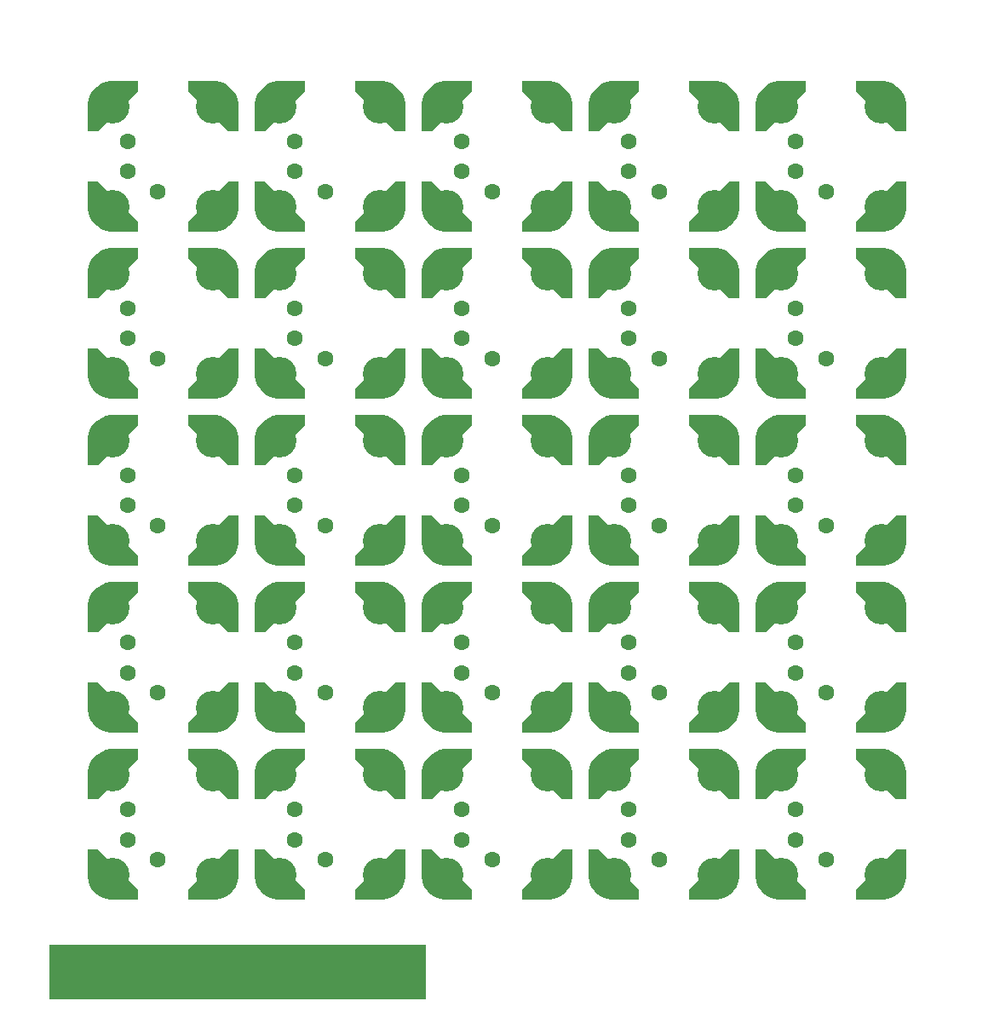
<source format=gbs>
G04*
G04 #@! TF.GenerationSoftware,Altium Limited,Altium Designer,23.11.1 (41)*
G04*
G04 Layer_Color=16711935*
%FSLAX44Y44*%
%MOMM*%
G71*
G04*
G04 #@! TF.SameCoordinates,3482151D-E3A4-470A-A98F-003E0BE399C6*
G04*
G04*
G04 #@! TF.FilePolarity,Negative*
G04*
G01*
G75*
%ADD29R,37.5000X5.4000*%
%ADD40C,0.1000*%
%ADD41C,3.4000*%
%ADD42C,1.6000*%
G36*
X889009Y913024D02*
X893631Y911109D01*
X897792Y908329D01*
X901329Y904791D01*
X904109Y900631D01*
X906024Y896009D01*
X907000Y891102D01*
Y888600D01*
Y864000D01*
X897000D01*
X857000Y904000D01*
Y914000D01*
X884102D01*
X889009Y913024D01*
D02*
G37*
G36*
X807000Y904000D02*
X767000Y864000D01*
X757000D01*
Y888600D01*
Y891102D01*
X757976Y896009D01*
X759891Y900631D01*
X762671Y904791D01*
X766208Y908329D01*
X770369Y911109D01*
X774991Y913024D01*
X779898Y914000D01*
X807000D01*
Y904000D01*
D02*
G37*
G36*
X723009Y913024D02*
X727631Y911109D01*
X731792Y908329D01*
X735329Y904791D01*
X738109Y900631D01*
X740024Y896009D01*
X741000Y891102D01*
Y888600D01*
Y864000D01*
X731000D01*
X691000Y904000D01*
Y914000D01*
X718102D01*
X723009Y913024D01*
D02*
G37*
G36*
X641000Y904000D02*
X601000Y864000D01*
X591000D01*
Y888600D01*
Y891102D01*
X591976Y896009D01*
X593891Y900631D01*
X596670Y904791D01*
X600208Y908329D01*
X604369Y911109D01*
X608991Y913024D01*
X613898Y914000D01*
X641000D01*
Y904000D01*
D02*
G37*
G36*
X557009Y913024D02*
X561631Y911109D01*
X565792Y908329D01*
X569329Y904791D01*
X572109Y900631D01*
X574024Y896009D01*
X575000Y891102D01*
Y888600D01*
Y864000D01*
X565000D01*
X525000Y904000D01*
Y914000D01*
X552102D01*
X557009Y913024D01*
D02*
G37*
G36*
X475000Y904000D02*
X435000Y864000D01*
X425000D01*
Y888600D01*
Y891102D01*
X425976Y896009D01*
X427891Y900631D01*
X430671Y904791D01*
X434208Y908329D01*
X438369Y911109D01*
X442991Y913024D01*
X447898Y914000D01*
X475000D01*
Y904000D01*
D02*
G37*
G36*
X391009Y913024D02*
X395631Y911109D01*
X399791Y908329D01*
X403329Y904791D01*
X406109Y900631D01*
X408024Y896009D01*
X409000Y891102D01*
Y888600D01*
Y864000D01*
X399000D01*
X359000Y904000D01*
Y914000D01*
X386102D01*
X391009Y913024D01*
D02*
G37*
G36*
X309000Y904000D02*
X269000Y864000D01*
X259000D01*
Y888600D01*
Y891102D01*
X259976Y896009D01*
X261891Y900631D01*
X264671Y904791D01*
X268208Y908329D01*
X272369Y911109D01*
X276991Y913024D01*
X281898Y914000D01*
X309000D01*
Y904000D01*
D02*
G37*
G36*
X225009Y913024D02*
X229631Y911109D01*
X233792Y908329D01*
X237329Y904791D01*
X240109Y900631D01*
X242024Y896009D01*
X243000Y891102D01*
Y888600D01*
Y864000D01*
X233000D01*
X193000Y904000D01*
Y914000D01*
X220102D01*
X225009Y913024D01*
D02*
G37*
G36*
X143000Y904000D02*
X103000Y864000D01*
X93000D01*
Y888600D01*
Y891102D01*
X93976Y896009D01*
X95891Y900631D01*
X98671Y904791D01*
X102208Y908329D01*
X106369Y911109D01*
X110991Y913024D01*
X115898Y914000D01*
X143000D01*
Y904000D01*
D02*
G37*
G36*
X907000Y789400D02*
Y786898D01*
X906024Y781991D01*
X904109Y777369D01*
X901329Y773208D01*
X897792Y769670D01*
X893631Y766891D01*
X889009Y764976D01*
X884102Y764000D01*
X857000D01*
Y774000D01*
X897000Y814000D01*
X907000D01*
Y789400D01*
D02*
G37*
G36*
X807000Y774000D02*
Y764000D01*
X779898D01*
X774991Y764976D01*
X770369Y766891D01*
X766208Y769670D01*
X762671Y773208D01*
X759891Y777369D01*
X757976Y781991D01*
X757000Y786898D01*
Y789400D01*
Y814000D01*
X767000D01*
X807000Y774000D01*
D02*
G37*
G36*
X741000Y789400D02*
Y786898D01*
X740024Y781991D01*
X738109Y777369D01*
X735329Y773208D01*
X731792Y769670D01*
X727631Y766891D01*
X723009Y764976D01*
X718102Y764000D01*
X691000D01*
Y774000D01*
X731000Y814000D01*
X741000D01*
Y789400D01*
D02*
G37*
G36*
X641000Y774000D02*
Y764000D01*
X613898D01*
X608991Y764976D01*
X604369Y766891D01*
X600208Y769670D01*
X596670Y773208D01*
X593891Y777369D01*
X591976Y781991D01*
X591000Y786898D01*
Y789400D01*
Y814000D01*
X601000D01*
X641000Y774000D01*
D02*
G37*
G36*
X575000Y789400D02*
Y786898D01*
X574024Y781991D01*
X572109Y777369D01*
X569329Y773208D01*
X565792Y769670D01*
X561631Y766891D01*
X557009Y764976D01*
X552102Y764000D01*
X525000D01*
Y774000D01*
X565000Y814000D01*
X575000D01*
Y789400D01*
D02*
G37*
G36*
X475000Y774000D02*
Y764000D01*
X447898D01*
X442991Y764976D01*
X438369Y766891D01*
X434208Y769670D01*
X430671Y773208D01*
X427891Y777369D01*
X425976Y781991D01*
X425000Y786898D01*
Y789400D01*
Y814000D01*
X435000D01*
X475000Y774000D01*
D02*
G37*
G36*
X409000Y789400D02*
Y786898D01*
X408024Y781991D01*
X406109Y777369D01*
X403329Y773208D01*
X399791Y769670D01*
X395631Y766891D01*
X391009Y764976D01*
X386102Y764000D01*
X359000D01*
Y774000D01*
X399000Y814000D01*
X409000D01*
Y789400D01*
D02*
G37*
G36*
X309000Y774000D02*
Y764000D01*
X281898D01*
X276991Y764976D01*
X272369Y766891D01*
X268208Y769670D01*
X264671Y773208D01*
X261891Y777369D01*
X259976Y781991D01*
X259000Y786898D01*
Y789400D01*
Y814000D01*
X269000D01*
X309000Y774000D01*
D02*
G37*
G36*
X243000Y789400D02*
Y786898D01*
X242024Y781991D01*
X240109Y777369D01*
X237329Y773208D01*
X233792Y769670D01*
X229631Y766891D01*
X225009Y764976D01*
X220102Y764000D01*
X193000D01*
Y774000D01*
X233000Y814000D01*
X243000D01*
Y789400D01*
D02*
G37*
G36*
X143000Y774000D02*
Y764000D01*
X115898D01*
X110991Y764976D01*
X106369Y766891D01*
X102208Y769670D01*
X98671Y773208D01*
X95891Y777369D01*
X93976Y781991D01*
X93000Y786898D01*
Y789400D01*
Y814000D01*
X103000D01*
X143000Y774000D01*
D02*
G37*
G36*
X889009Y747024D02*
X893631Y745109D01*
X897792Y742329D01*
X901329Y738792D01*
X904109Y734631D01*
X906024Y730009D01*
X907000Y725102D01*
Y722600D01*
Y698000D01*
X897000D01*
X857000Y738000D01*
Y748000D01*
X884102D01*
X889009Y747024D01*
D02*
G37*
G36*
X807000Y738000D02*
X767000Y698000D01*
X757000D01*
Y722600D01*
Y725102D01*
X757976Y730009D01*
X759891Y734631D01*
X762671Y738792D01*
X766208Y742329D01*
X770369Y745109D01*
X774991Y747024D01*
X779898Y748000D01*
X807000D01*
Y738000D01*
D02*
G37*
G36*
X723009Y747024D02*
X727631Y745109D01*
X731792Y742329D01*
X735329Y738792D01*
X738109Y734631D01*
X740024Y730009D01*
X741000Y725102D01*
Y722600D01*
Y698000D01*
X731000D01*
X691000Y738000D01*
Y748000D01*
X718102D01*
X723009Y747024D01*
D02*
G37*
G36*
X641000Y738000D02*
X601000Y698000D01*
X591000D01*
Y722600D01*
Y725102D01*
X591976Y730009D01*
X593891Y734631D01*
X596670Y738792D01*
X600208Y742329D01*
X604369Y745109D01*
X608991Y747024D01*
X613898Y748000D01*
X641000D01*
Y738000D01*
D02*
G37*
G36*
X557009Y747024D02*
X561631Y745109D01*
X565792Y742329D01*
X569329Y738792D01*
X572109Y734631D01*
X574024Y730009D01*
X575000Y725102D01*
Y722600D01*
Y698000D01*
X565000D01*
X525000Y738000D01*
Y748000D01*
X552102D01*
X557009Y747024D01*
D02*
G37*
G36*
X475000Y738000D02*
X435000Y698000D01*
X425000D01*
Y722600D01*
Y725102D01*
X425976Y730009D01*
X427891Y734631D01*
X430671Y738792D01*
X434208Y742329D01*
X438369Y745109D01*
X442991Y747024D01*
X447898Y748000D01*
X475000D01*
Y738000D01*
D02*
G37*
G36*
X391009Y747024D02*
X395631Y745109D01*
X399791Y742329D01*
X403329Y738792D01*
X406109Y734631D01*
X408024Y730009D01*
X409000Y725102D01*
Y722600D01*
Y698000D01*
X399000D01*
X359000Y738000D01*
Y748000D01*
X386102D01*
X391009Y747024D01*
D02*
G37*
G36*
X309000Y738000D02*
X269000Y698000D01*
X259000D01*
Y722600D01*
Y725102D01*
X259976Y730009D01*
X261891Y734631D01*
X264671Y738792D01*
X268208Y742329D01*
X272369Y745109D01*
X276991Y747024D01*
X281898Y748000D01*
X309000D01*
Y738000D01*
D02*
G37*
G36*
X225009Y747024D02*
X229631Y745109D01*
X233792Y742329D01*
X237329Y738792D01*
X240109Y734631D01*
X242024Y730009D01*
X243000Y725102D01*
Y722600D01*
Y698000D01*
X233000D01*
X193000Y738000D01*
Y748000D01*
X220102D01*
X225009Y747024D01*
D02*
G37*
G36*
X143000Y738000D02*
X103000Y698000D01*
X93000D01*
Y722600D01*
Y725102D01*
X93976Y730009D01*
X95891Y734631D01*
X98671Y738792D01*
X102208Y742329D01*
X106369Y745109D01*
X110991Y747024D01*
X115898Y748000D01*
X143000D01*
Y738000D01*
D02*
G37*
G36*
X907000Y623400D02*
Y620898D01*
X906024Y615991D01*
X904109Y611369D01*
X901329Y607208D01*
X897792Y603671D01*
X893631Y600891D01*
X889009Y598976D01*
X884102Y598000D01*
X857000D01*
Y608000D01*
X897000Y648000D01*
X907000D01*
Y623400D01*
D02*
G37*
G36*
X807000Y608000D02*
Y598000D01*
X779898D01*
X774991Y598976D01*
X770369Y600891D01*
X766208Y603671D01*
X762671Y607208D01*
X759891Y611369D01*
X757976Y615991D01*
X757000Y620898D01*
Y623400D01*
Y648000D01*
X767000D01*
X807000Y608000D01*
D02*
G37*
G36*
X741000Y623400D02*
Y620898D01*
X740024Y615991D01*
X738109Y611369D01*
X735329Y607208D01*
X731792Y603671D01*
X727631Y600891D01*
X723009Y598976D01*
X718102Y598000D01*
X691000D01*
Y608000D01*
X731000Y648000D01*
X741000D01*
Y623400D01*
D02*
G37*
G36*
X641000Y608000D02*
Y598000D01*
X613898D01*
X608991Y598976D01*
X604369Y600891D01*
X600208Y603671D01*
X596670Y607208D01*
X593891Y611369D01*
X591976Y615991D01*
X591000Y620898D01*
Y623400D01*
Y648000D01*
X601000D01*
X641000Y608000D01*
D02*
G37*
G36*
X575000Y623400D02*
Y620898D01*
X574024Y615991D01*
X572109Y611369D01*
X569329Y607208D01*
X565792Y603671D01*
X561631Y600891D01*
X557009Y598976D01*
X552102Y598000D01*
X525000D01*
Y608000D01*
X565000Y648000D01*
X575000D01*
Y623400D01*
D02*
G37*
G36*
X475000Y608000D02*
Y598000D01*
X447898D01*
X442991Y598976D01*
X438369Y600891D01*
X434208Y603671D01*
X430671Y607208D01*
X427891Y611369D01*
X425976Y615991D01*
X425000Y620898D01*
Y623400D01*
Y648000D01*
X435000D01*
X475000Y608000D01*
D02*
G37*
G36*
X409000Y623400D02*
Y620898D01*
X408024Y615991D01*
X406109Y611369D01*
X403329Y607208D01*
X399791Y603671D01*
X395631Y600891D01*
X391009Y598976D01*
X386102Y598000D01*
X359000D01*
Y608000D01*
X399000Y648000D01*
X409000D01*
Y623400D01*
D02*
G37*
G36*
X309000Y608000D02*
Y598000D01*
X281898D01*
X276991Y598976D01*
X272369Y600891D01*
X268208Y603671D01*
X264671Y607208D01*
X261891Y611369D01*
X259976Y615991D01*
X259000Y620898D01*
Y623400D01*
Y648000D01*
X269000D01*
X309000Y608000D01*
D02*
G37*
G36*
X243000Y623400D02*
Y620898D01*
X242024Y615991D01*
X240109Y611369D01*
X237329Y607208D01*
X233792Y603671D01*
X229631Y600891D01*
X225009Y598976D01*
X220102Y598000D01*
X193000D01*
Y608000D01*
X233000Y648000D01*
X243000D01*
Y623400D01*
D02*
G37*
G36*
X143000Y608000D02*
Y598000D01*
X115898D01*
X110991Y598976D01*
X106369Y600891D01*
X102208Y603671D01*
X98671Y607208D01*
X95891Y611369D01*
X93976Y615991D01*
X93000Y620898D01*
Y623400D01*
Y648000D01*
X103000D01*
X143000Y608000D01*
D02*
G37*
G36*
X889009Y581024D02*
X893631Y579109D01*
X897792Y576329D01*
X901329Y572791D01*
X904109Y568631D01*
X906024Y564009D01*
X907000Y559102D01*
Y556600D01*
Y532000D01*
X897000D01*
X857000Y572000D01*
Y582000D01*
X884102D01*
X889009Y581024D01*
D02*
G37*
G36*
X807000Y572000D02*
X767000Y532000D01*
X757000D01*
Y556600D01*
Y559102D01*
X757976Y564009D01*
X759891Y568631D01*
X762671Y572791D01*
X766208Y576329D01*
X770369Y579109D01*
X774991Y581024D01*
X779898Y582000D01*
X807000D01*
Y572000D01*
D02*
G37*
G36*
X723009Y581024D02*
X727631Y579109D01*
X731792Y576329D01*
X735329Y572791D01*
X738109Y568631D01*
X740024Y564009D01*
X741000Y559102D01*
Y556600D01*
Y532000D01*
X731000D01*
X691000Y572000D01*
Y582000D01*
X718102D01*
X723009Y581024D01*
D02*
G37*
G36*
X641000Y572000D02*
X601000Y532000D01*
X591000D01*
Y556600D01*
Y559102D01*
X591976Y564009D01*
X593891Y568631D01*
X596670Y572791D01*
X600208Y576329D01*
X604369Y579109D01*
X608991Y581024D01*
X613898Y582000D01*
X641000D01*
Y572000D01*
D02*
G37*
G36*
X557009Y581024D02*
X561631Y579109D01*
X565792Y576329D01*
X569329Y572791D01*
X572109Y568631D01*
X574024Y564009D01*
X575000Y559102D01*
Y556600D01*
Y532000D01*
X565000D01*
X525000Y572000D01*
Y582000D01*
X552102D01*
X557009Y581024D01*
D02*
G37*
G36*
X475000Y572000D02*
X435000Y532000D01*
X425000D01*
Y556600D01*
Y559102D01*
X425976Y564009D01*
X427891Y568631D01*
X430671Y572791D01*
X434208Y576329D01*
X438369Y579109D01*
X442991Y581024D01*
X447898Y582000D01*
X475000D01*
Y572000D01*
D02*
G37*
G36*
X391009Y581024D02*
X395631Y579109D01*
X399791Y576329D01*
X403329Y572791D01*
X406109Y568631D01*
X408024Y564009D01*
X409000Y559102D01*
Y556600D01*
Y532000D01*
X399000D01*
X359000Y572000D01*
Y582000D01*
X386102D01*
X391009Y581024D01*
D02*
G37*
G36*
X309000Y572000D02*
X269000Y532000D01*
X259000D01*
Y556600D01*
Y559102D01*
X259976Y564009D01*
X261891Y568631D01*
X264671Y572791D01*
X268208Y576329D01*
X272369Y579109D01*
X276991Y581024D01*
X281898Y582000D01*
X309000D01*
Y572000D01*
D02*
G37*
G36*
X225009Y581024D02*
X229631Y579109D01*
X233792Y576329D01*
X237329Y572791D01*
X240109Y568631D01*
X242024Y564009D01*
X243000Y559102D01*
Y556600D01*
Y532000D01*
X233000D01*
X193000Y572000D01*
Y582000D01*
X220102D01*
X225009Y581024D01*
D02*
G37*
G36*
X143000Y572000D02*
X103000Y532000D01*
X93000D01*
Y556600D01*
Y559102D01*
X93976Y564009D01*
X95891Y568631D01*
X98671Y572791D01*
X102208Y576329D01*
X106369Y579109D01*
X110991Y581024D01*
X115898Y582000D01*
X143000D01*
Y572000D01*
D02*
G37*
G36*
X907000Y457400D02*
Y454898D01*
X906024Y449991D01*
X904109Y445369D01*
X901329Y441208D01*
X897792Y437671D01*
X893631Y434891D01*
X889009Y432976D01*
X884102Y432000D01*
X857000D01*
Y442000D01*
X897000Y482000D01*
X907000D01*
Y457400D01*
D02*
G37*
G36*
X807000Y442000D02*
Y432000D01*
X779898D01*
X774991Y432976D01*
X770369Y434891D01*
X766208Y437671D01*
X762671Y441208D01*
X759891Y445369D01*
X757976Y449991D01*
X757000Y454898D01*
Y457400D01*
Y482000D01*
X767000D01*
X807000Y442000D01*
D02*
G37*
G36*
X741000Y457400D02*
Y454898D01*
X740024Y449991D01*
X738109Y445369D01*
X735329Y441208D01*
X731792Y437671D01*
X727631Y434891D01*
X723009Y432976D01*
X718102Y432000D01*
X691000D01*
Y442000D01*
X731000Y482000D01*
X741000D01*
Y457400D01*
D02*
G37*
G36*
X641000Y442000D02*
Y432000D01*
X613898D01*
X608991Y432976D01*
X604369Y434891D01*
X600208Y437671D01*
X596670Y441208D01*
X593891Y445369D01*
X591976Y449991D01*
X591000Y454898D01*
Y457400D01*
Y482000D01*
X601000D01*
X641000Y442000D01*
D02*
G37*
G36*
X575000Y457400D02*
Y454898D01*
X574024Y449991D01*
X572109Y445369D01*
X569329Y441208D01*
X565792Y437671D01*
X561631Y434891D01*
X557009Y432976D01*
X552102Y432000D01*
X525000D01*
Y442000D01*
X565000Y482000D01*
X575000D01*
Y457400D01*
D02*
G37*
G36*
X475000Y442000D02*
Y432000D01*
X447898D01*
X442991Y432976D01*
X438369Y434891D01*
X434208Y437671D01*
X430671Y441208D01*
X427891Y445369D01*
X425976Y449991D01*
X425000Y454898D01*
Y457400D01*
Y482000D01*
X435000D01*
X475000Y442000D01*
D02*
G37*
G36*
X409000Y457400D02*
Y454898D01*
X408024Y449991D01*
X406109Y445369D01*
X403329Y441208D01*
X399791Y437671D01*
X395631Y434891D01*
X391009Y432976D01*
X386102Y432000D01*
X359000D01*
Y442000D01*
X399000Y482000D01*
X409000D01*
Y457400D01*
D02*
G37*
G36*
X309000Y442000D02*
Y432000D01*
X281898D01*
X276991Y432976D01*
X272369Y434891D01*
X268208Y437671D01*
X264671Y441208D01*
X261891Y445369D01*
X259976Y449991D01*
X259000Y454898D01*
Y457400D01*
Y482000D01*
X269000D01*
X309000Y442000D01*
D02*
G37*
G36*
X243000Y457400D02*
Y454898D01*
X242024Y449991D01*
X240109Y445369D01*
X237329Y441208D01*
X233792Y437671D01*
X229631Y434891D01*
X225009Y432976D01*
X220102Y432000D01*
X193000D01*
Y442000D01*
X233000Y482000D01*
X243000D01*
Y457400D01*
D02*
G37*
G36*
X143000Y442000D02*
Y432000D01*
X115898D01*
X110991Y432976D01*
X106369Y434891D01*
X102208Y437671D01*
X98671Y441208D01*
X95891Y445369D01*
X93976Y449991D01*
X93000Y454898D01*
Y457400D01*
Y482000D01*
X103000D01*
X143000Y442000D01*
D02*
G37*
G36*
X889009Y415024D02*
X893631Y413109D01*
X897792Y410330D01*
X901329Y406791D01*
X904109Y402631D01*
X906024Y398009D01*
X907000Y393102D01*
Y390600D01*
Y366000D01*
X897000D01*
X857000Y406000D01*
Y416000D01*
X884102D01*
X889009Y415024D01*
D02*
G37*
G36*
X807000Y406000D02*
X767000Y366000D01*
X757000D01*
Y390600D01*
Y393102D01*
X757976Y398009D01*
X759891Y402631D01*
X762671Y406791D01*
X766208Y410330D01*
X770369Y413109D01*
X774991Y415024D01*
X779898Y416000D01*
X807000D01*
Y406000D01*
D02*
G37*
G36*
X723009Y415024D02*
X727631Y413109D01*
X731792Y410330D01*
X735329Y406791D01*
X738109Y402631D01*
X740024Y398009D01*
X741000Y393102D01*
Y390600D01*
Y366000D01*
X731000D01*
X691000Y406000D01*
Y416000D01*
X718102D01*
X723009Y415024D01*
D02*
G37*
G36*
X641000Y406000D02*
X601000Y366000D01*
X591000D01*
Y390600D01*
Y393102D01*
X591976Y398009D01*
X593891Y402631D01*
X596670Y406791D01*
X600208Y410330D01*
X604369Y413109D01*
X608991Y415024D01*
X613898Y416000D01*
X641000D01*
Y406000D01*
D02*
G37*
G36*
X557009Y415024D02*
X561631Y413109D01*
X565792Y410330D01*
X569329Y406791D01*
X572109Y402631D01*
X574024Y398009D01*
X575000Y393102D01*
Y390600D01*
Y366000D01*
X565000D01*
X525000Y406000D01*
Y416000D01*
X552102D01*
X557009Y415024D01*
D02*
G37*
G36*
X475000Y406000D02*
X435000Y366000D01*
X425000D01*
Y390600D01*
Y393102D01*
X425976Y398009D01*
X427891Y402631D01*
X430671Y406791D01*
X434208Y410330D01*
X438369Y413109D01*
X442991Y415024D01*
X447898Y416000D01*
X475000D01*
Y406000D01*
D02*
G37*
G36*
X391009Y415024D02*
X395631Y413109D01*
X399791Y410330D01*
X403329Y406791D01*
X406109Y402631D01*
X408024Y398009D01*
X409000Y393102D01*
Y390600D01*
Y366000D01*
X399000D01*
X359000Y406000D01*
Y416000D01*
X386102D01*
X391009Y415024D01*
D02*
G37*
G36*
X309000Y406000D02*
X269000Y366000D01*
X259000D01*
Y390600D01*
Y393102D01*
X259976Y398009D01*
X261891Y402631D01*
X264671Y406791D01*
X268208Y410330D01*
X272369Y413109D01*
X276991Y415024D01*
X281898Y416000D01*
X309000D01*
Y406000D01*
D02*
G37*
G36*
X225009Y415024D02*
X229631Y413109D01*
X233792Y410330D01*
X237329Y406791D01*
X240109Y402631D01*
X242024Y398009D01*
X243000Y393102D01*
Y390600D01*
Y366000D01*
X233000D01*
X193000Y406000D01*
Y416000D01*
X220102D01*
X225009Y415024D01*
D02*
G37*
G36*
X143000Y406000D02*
X103000Y366000D01*
X93000D01*
Y390600D01*
Y393102D01*
X93976Y398009D01*
X95891Y402631D01*
X98671Y406791D01*
X102208Y410330D01*
X106369Y413109D01*
X110991Y415024D01*
X115898Y416000D01*
X143000D01*
Y406000D01*
D02*
G37*
G36*
X907000Y291400D02*
Y288898D01*
X906024Y283991D01*
X904109Y279369D01*
X901329Y275208D01*
X897792Y271670D01*
X893631Y268891D01*
X889009Y266976D01*
X884102Y266000D01*
X857000D01*
Y276000D01*
X897000Y316000D01*
X907000D01*
Y291400D01*
D02*
G37*
G36*
X807000Y276000D02*
Y266000D01*
X779898D01*
X774991Y266976D01*
X770369Y268891D01*
X766208Y271670D01*
X762671Y275208D01*
X759891Y279369D01*
X757976Y283991D01*
X757000Y288898D01*
Y291400D01*
Y316000D01*
X767000D01*
X807000Y276000D01*
D02*
G37*
G36*
X741000Y291400D02*
Y288898D01*
X740024Y283991D01*
X738109Y279369D01*
X735329Y275208D01*
X731792Y271670D01*
X727631Y268891D01*
X723009Y266976D01*
X718102Y266000D01*
X691000D01*
Y276000D01*
X731000Y316000D01*
X741000D01*
Y291400D01*
D02*
G37*
G36*
X641000Y276000D02*
Y266000D01*
X613898D01*
X608991Y266976D01*
X604369Y268891D01*
X600208Y271670D01*
X596670Y275208D01*
X593891Y279369D01*
X591976Y283991D01*
X591000Y288898D01*
Y291400D01*
Y316000D01*
X601000D01*
X641000Y276000D01*
D02*
G37*
G36*
X575000Y291400D02*
Y288898D01*
X574024Y283991D01*
X572109Y279369D01*
X569329Y275208D01*
X565792Y271670D01*
X561631Y268891D01*
X557009Y266976D01*
X552102Y266000D01*
X525000D01*
Y276000D01*
X565000Y316000D01*
X575000D01*
Y291400D01*
D02*
G37*
G36*
X475000Y276000D02*
Y266000D01*
X447898D01*
X442991Y266976D01*
X438369Y268891D01*
X434208Y271670D01*
X430671Y275208D01*
X427891Y279369D01*
X425976Y283991D01*
X425000Y288898D01*
Y291400D01*
Y316000D01*
X435000D01*
X475000Y276000D01*
D02*
G37*
G36*
X409000Y291400D02*
Y288898D01*
X408024Y283991D01*
X406109Y279369D01*
X403329Y275208D01*
X399791Y271670D01*
X395631Y268891D01*
X391009Y266976D01*
X386102Y266000D01*
X359000D01*
Y276000D01*
X399000Y316000D01*
X409000D01*
Y291400D01*
D02*
G37*
G36*
X309000Y276000D02*
Y266000D01*
X281898D01*
X276991Y266976D01*
X272369Y268891D01*
X268208Y271670D01*
X264671Y275208D01*
X261891Y279369D01*
X259976Y283991D01*
X259000Y288898D01*
Y291400D01*
Y316000D01*
X269000D01*
X309000Y276000D01*
D02*
G37*
G36*
X243000Y291400D02*
Y288898D01*
X242024Y283991D01*
X240109Y279369D01*
X237329Y275208D01*
X233792Y271670D01*
X229631Y268891D01*
X225009Y266976D01*
X220102Y266000D01*
X193000D01*
Y276000D01*
X233000Y316000D01*
X243000D01*
Y291400D01*
D02*
G37*
G36*
X143000Y276000D02*
Y266000D01*
X115898D01*
X110991Y266976D01*
X106369Y268891D01*
X102208Y271670D01*
X98671Y275208D01*
X95891Y279369D01*
X93976Y283991D01*
X93000Y288898D01*
Y291400D01*
Y316000D01*
X103000D01*
X143000Y276000D01*
D02*
G37*
G36*
X889009Y249024D02*
X893631Y247109D01*
X897792Y244329D01*
X901329Y240791D01*
X904109Y236631D01*
X906024Y232009D01*
X907000Y227102D01*
Y224600D01*
Y200000D01*
X897000D01*
X857000Y240000D01*
Y250000D01*
X884102D01*
X889009Y249024D01*
D02*
G37*
G36*
X807000Y240000D02*
X767000Y200000D01*
X757000D01*
Y224600D01*
Y227102D01*
X757976Y232009D01*
X759891Y236631D01*
X762671Y240791D01*
X766208Y244329D01*
X770369Y247109D01*
X774991Y249024D01*
X779898Y250000D01*
X807000D01*
Y240000D01*
D02*
G37*
G36*
X723009Y249024D02*
X727631Y247109D01*
X731792Y244329D01*
X735329Y240791D01*
X738109Y236631D01*
X740024Y232009D01*
X741000Y227102D01*
Y224600D01*
Y200000D01*
X731000D01*
X691000Y240000D01*
Y250000D01*
X718102D01*
X723009Y249024D01*
D02*
G37*
G36*
X641000Y240000D02*
X601000Y200000D01*
X591000D01*
Y224600D01*
Y227102D01*
X591976Y232009D01*
X593891Y236631D01*
X596670Y240791D01*
X600208Y244329D01*
X604369Y247109D01*
X608991Y249024D01*
X613898Y250000D01*
X641000D01*
Y240000D01*
D02*
G37*
G36*
X557009Y249024D02*
X561631Y247109D01*
X565792Y244329D01*
X569329Y240791D01*
X572109Y236631D01*
X574024Y232009D01*
X575000Y227102D01*
Y224600D01*
Y200000D01*
X565000D01*
X525000Y240000D01*
Y250000D01*
X552102D01*
X557009Y249024D01*
D02*
G37*
G36*
X475000Y240000D02*
X435000Y200000D01*
X425000D01*
Y224600D01*
Y227102D01*
X425976Y232009D01*
X427891Y236631D01*
X430671Y240791D01*
X434208Y244329D01*
X438369Y247109D01*
X442991Y249024D01*
X447898Y250000D01*
X475000D01*
Y240000D01*
D02*
G37*
G36*
X391009Y249024D02*
X395631Y247109D01*
X399791Y244329D01*
X403329Y240791D01*
X406109Y236631D01*
X408024Y232009D01*
X409000Y227102D01*
Y224600D01*
Y200000D01*
X399000D01*
X359000Y240000D01*
Y250000D01*
X386102D01*
X391009Y249024D01*
D02*
G37*
G36*
X309000Y240000D02*
X269000Y200000D01*
X259000D01*
Y224600D01*
Y227102D01*
X259976Y232009D01*
X261891Y236631D01*
X264671Y240791D01*
X268208Y244329D01*
X272369Y247109D01*
X276991Y249024D01*
X281898Y250000D01*
X309000D01*
Y240000D01*
D02*
G37*
G36*
X225009Y249024D02*
X229631Y247109D01*
X233792Y244329D01*
X237329Y240791D01*
X240109Y236631D01*
X242024Y232009D01*
X243000Y227102D01*
Y224600D01*
Y200000D01*
X233000D01*
X193000Y240000D01*
Y250000D01*
X220102D01*
X225009Y249024D01*
D02*
G37*
G36*
X143000Y240000D02*
X103000Y200000D01*
X93000D01*
Y224600D01*
Y227102D01*
X93976Y232009D01*
X95891Y236631D01*
X98671Y240791D01*
X102208Y244329D01*
X106369Y247109D01*
X110991Y249024D01*
X115898Y250000D01*
X143000D01*
Y240000D01*
D02*
G37*
G36*
X907000Y125400D02*
Y122898D01*
X906024Y117991D01*
X904109Y113369D01*
X901329Y109208D01*
X897792Y105670D01*
X893631Y102891D01*
X889009Y100976D01*
X884102Y100000D01*
X857000D01*
Y110000D01*
X897000Y150000D01*
X907000D01*
Y125400D01*
D02*
G37*
G36*
X807000Y110000D02*
Y100000D01*
X779898D01*
X774991Y100976D01*
X770369Y102891D01*
X766208Y105670D01*
X762671Y109208D01*
X759891Y113369D01*
X757976Y117991D01*
X757000Y122898D01*
Y125400D01*
Y150000D01*
X767000D01*
X807000Y110000D01*
D02*
G37*
G36*
X741000Y125400D02*
Y122898D01*
X740024Y117991D01*
X738109Y113369D01*
X735329Y109208D01*
X731792Y105670D01*
X727631Y102891D01*
X723009Y100976D01*
X718102Y100000D01*
X691000D01*
Y110000D01*
X731000Y150000D01*
X741000D01*
Y125400D01*
D02*
G37*
G36*
X641000Y110000D02*
Y100000D01*
X613898D01*
X608991Y100976D01*
X604369Y102891D01*
X600208Y105670D01*
X596670Y109208D01*
X593891Y113369D01*
X591976Y117991D01*
X591000Y122898D01*
Y125400D01*
Y150000D01*
X601000D01*
X641000Y110000D01*
D02*
G37*
G36*
X575000Y125400D02*
Y122898D01*
X574024Y117991D01*
X572109Y113369D01*
X569329Y109208D01*
X565792Y105670D01*
X561631Y102891D01*
X557009Y100976D01*
X552102Y100000D01*
X525000D01*
Y110000D01*
X565000Y150000D01*
X575000D01*
Y125400D01*
D02*
G37*
G36*
X475000Y110000D02*
Y100000D01*
X447898D01*
X442991Y100976D01*
X438369Y102891D01*
X434208Y105670D01*
X430671Y109208D01*
X427891Y113369D01*
X425976Y117991D01*
X425000Y122898D01*
Y125400D01*
Y150000D01*
X435000D01*
X475000Y110000D01*
D02*
G37*
G36*
X409000Y125400D02*
Y122898D01*
X408024Y117991D01*
X406109Y113369D01*
X403329Y109208D01*
X399791Y105670D01*
X395631Y102891D01*
X391009Y100976D01*
X386102Y100000D01*
X359000D01*
Y110000D01*
X399000Y150000D01*
X409000D01*
Y125400D01*
D02*
G37*
G36*
X309000Y110000D02*
Y100000D01*
X281898D01*
X276991Y100976D01*
X272369Y102891D01*
X268208Y105670D01*
X264671Y109208D01*
X261891Y113369D01*
X259976Y117991D01*
X259000Y122898D01*
Y125400D01*
Y150000D01*
X269000D01*
X309000Y110000D01*
D02*
G37*
G36*
X243000Y125400D02*
Y122898D01*
X242024Y117991D01*
X240109Y113369D01*
X237329Y109208D01*
X233792Y105670D01*
X229631Y102891D01*
X225009Y100976D01*
X220102Y100000D01*
X193000D01*
Y110000D01*
X233000Y150000D01*
X243000D01*
Y125400D01*
D02*
G37*
G36*
X143000Y110000D02*
Y100000D01*
X115898D01*
X110991Y100976D01*
X106369Y102891D01*
X102208Y105670D01*
X98671Y109208D01*
X95891Y113369D01*
X93976Y117991D01*
X93000Y122898D01*
Y125400D01*
Y150000D01*
X103000D01*
X143000Y110000D01*
D02*
G37*
D29*
X242500Y28000D02*
D03*
D40*
X970000Y970000D02*
D03*
X30000D02*
D03*
Y30000D02*
D03*
X970000D02*
D03*
X171000Y250000D02*
D03*
X165000D02*
D03*
X159000D02*
D03*
X177000D02*
D03*
X243000Y172000D02*
D03*
Y178000D02*
D03*
Y184000D02*
D03*
Y166000D02*
D03*
X165000Y100000D02*
D03*
X171000D02*
D03*
X177000D02*
D03*
X159000D02*
D03*
X93000Y184000D02*
D03*
Y166000D02*
D03*
Y172000D02*
D03*
Y178000D02*
D03*
X337000Y250000D02*
D03*
X331000D02*
D03*
X325000D02*
D03*
X343000D02*
D03*
X409000Y172000D02*
D03*
Y178000D02*
D03*
Y184000D02*
D03*
Y166000D02*
D03*
X331000Y100000D02*
D03*
X337000D02*
D03*
X343000D02*
D03*
X325000D02*
D03*
X259000Y184000D02*
D03*
Y166000D02*
D03*
Y172000D02*
D03*
Y178000D02*
D03*
X503000Y250000D02*
D03*
X497000D02*
D03*
X491000D02*
D03*
X509000D02*
D03*
X575000Y172000D02*
D03*
Y178000D02*
D03*
Y184000D02*
D03*
Y166000D02*
D03*
X497000Y100000D02*
D03*
X503000D02*
D03*
X509000D02*
D03*
X491000D02*
D03*
X425000Y184000D02*
D03*
Y166000D02*
D03*
Y172000D02*
D03*
Y178000D02*
D03*
X669000Y250000D02*
D03*
X663000D02*
D03*
X657000D02*
D03*
X675000D02*
D03*
X741000Y172000D02*
D03*
Y178000D02*
D03*
Y184000D02*
D03*
Y166000D02*
D03*
X663000Y100000D02*
D03*
X669000D02*
D03*
X675000D02*
D03*
X657000D02*
D03*
X591000Y184000D02*
D03*
Y166000D02*
D03*
Y172000D02*
D03*
Y178000D02*
D03*
X835000Y250000D02*
D03*
X829000D02*
D03*
X823000D02*
D03*
X841000D02*
D03*
X907000Y172000D02*
D03*
Y178000D02*
D03*
Y184000D02*
D03*
Y166000D02*
D03*
X829000Y100000D02*
D03*
X835000D02*
D03*
X841000D02*
D03*
X823000D02*
D03*
X757000Y184000D02*
D03*
Y166000D02*
D03*
Y172000D02*
D03*
Y178000D02*
D03*
X171000Y416000D02*
D03*
X165000D02*
D03*
X159000D02*
D03*
X177000D02*
D03*
X243000Y338000D02*
D03*
Y344000D02*
D03*
Y350000D02*
D03*
Y332000D02*
D03*
X165000Y266000D02*
D03*
X171000D02*
D03*
X177000D02*
D03*
X159000D02*
D03*
X93000Y350000D02*
D03*
Y332000D02*
D03*
Y338000D02*
D03*
Y344000D02*
D03*
X337000Y416000D02*
D03*
X331000D02*
D03*
X325000D02*
D03*
X343000D02*
D03*
X409000Y338000D02*
D03*
Y344000D02*
D03*
Y350000D02*
D03*
Y332000D02*
D03*
X331000Y266000D02*
D03*
X337000D02*
D03*
X343000D02*
D03*
X325000D02*
D03*
X259000Y350000D02*
D03*
Y332000D02*
D03*
Y338000D02*
D03*
Y344000D02*
D03*
X503000Y416000D02*
D03*
X497000D02*
D03*
X491000D02*
D03*
X509000D02*
D03*
X575000Y338000D02*
D03*
Y344000D02*
D03*
Y350000D02*
D03*
Y332000D02*
D03*
X497000Y266000D02*
D03*
X503000D02*
D03*
X509000D02*
D03*
X491000D02*
D03*
X425000Y350000D02*
D03*
Y332000D02*
D03*
Y338000D02*
D03*
Y344000D02*
D03*
X669000Y416000D02*
D03*
X663000D02*
D03*
X657000D02*
D03*
X675000D02*
D03*
X741000Y338000D02*
D03*
Y344000D02*
D03*
Y350000D02*
D03*
Y332000D02*
D03*
X663000Y266000D02*
D03*
X669000D02*
D03*
X675000D02*
D03*
X657000D02*
D03*
X591000Y350000D02*
D03*
Y332000D02*
D03*
Y338000D02*
D03*
Y344000D02*
D03*
X835000Y416000D02*
D03*
X829000D02*
D03*
X823000D02*
D03*
X841000D02*
D03*
X907000Y338000D02*
D03*
Y344000D02*
D03*
Y350000D02*
D03*
Y332000D02*
D03*
X829000Y266000D02*
D03*
X835000D02*
D03*
X841000D02*
D03*
X823000D02*
D03*
X757000Y350000D02*
D03*
Y332000D02*
D03*
Y338000D02*
D03*
Y344000D02*
D03*
X171000Y582000D02*
D03*
X165000D02*
D03*
X159000D02*
D03*
X177000D02*
D03*
X243000Y504000D02*
D03*
Y510000D02*
D03*
Y516000D02*
D03*
Y498000D02*
D03*
X165000Y432000D02*
D03*
X171000D02*
D03*
X177000D02*
D03*
X159000D02*
D03*
X93000Y516000D02*
D03*
Y498000D02*
D03*
Y504000D02*
D03*
Y510000D02*
D03*
X337000Y582000D02*
D03*
X331000D02*
D03*
X325000D02*
D03*
X343000D02*
D03*
X409000Y504000D02*
D03*
Y510000D02*
D03*
Y516000D02*
D03*
Y498000D02*
D03*
X331000Y432000D02*
D03*
X337000D02*
D03*
X343000D02*
D03*
X325000D02*
D03*
X259000Y516000D02*
D03*
Y498000D02*
D03*
Y504000D02*
D03*
Y510000D02*
D03*
X503000Y582000D02*
D03*
X497000D02*
D03*
X491000D02*
D03*
X509000D02*
D03*
X575000Y504000D02*
D03*
Y510000D02*
D03*
Y516000D02*
D03*
Y498000D02*
D03*
X497000Y432000D02*
D03*
X503000D02*
D03*
X509000D02*
D03*
X491000D02*
D03*
X425000Y516000D02*
D03*
Y498000D02*
D03*
Y504000D02*
D03*
Y510000D02*
D03*
X669000Y582000D02*
D03*
X663000D02*
D03*
X657000D02*
D03*
X675000D02*
D03*
X741000Y504000D02*
D03*
Y510000D02*
D03*
Y516000D02*
D03*
Y498000D02*
D03*
X663000Y432000D02*
D03*
X669000D02*
D03*
X675000D02*
D03*
X657000D02*
D03*
X591000Y516000D02*
D03*
Y498000D02*
D03*
Y504000D02*
D03*
Y510000D02*
D03*
X835000Y582000D02*
D03*
X829000D02*
D03*
X823000D02*
D03*
X841000D02*
D03*
X907000Y504000D02*
D03*
Y510000D02*
D03*
Y516000D02*
D03*
Y498000D02*
D03*
X829000Y432000D02*
D03*
X835000D02*
D03*
X841000D02*
D03*
X823000D02*
D03*
X757000Y516000D02*
D03*
Y498000D02*
D03*
Y504000D02*
D03*
Y510000D02*
D03*
X171000Y748000D02*
D03*
X165000D02*
D03*
X159000D02*
D03*
X177000D02*
D03*
X243000Y670000D02*
D03*
Y676000D02*
D03*
Y682000D02*
D03*
Y664000D02*
D03*
X165000Y598000D02*
D03*
X171000D02*
D03*
X177000D02*
D03*
X159000D02*
D03*
X93000Y682000D02*
D03*
Y664000D02*
D03*
Y670000D02*
D03*
Y676000D02*
D03*
X337000Y748000D02*
D03*
X331000D02*
D03*
X325000D02*
D03*
X343000D02*
D03*
X409000Y670000D02*
D03*
Y676000D02*
D03*
Y682000D02*
D03*
Y664000D02*
D03*
X331000Y598000D02*
D03*
X337000D02*
D03*
X343000D02*
D03*
X325000D02*
D03*
X259000Y682000D02*
D03*
Y664000D02*
D03*
Y670000D02*
D03*
Y676000D02*
D03*
X503000Y748000D02*
D03*
X497000D02*
D03*
X491000D02*
D03*
X509000D02*
D03*
X575000Y670000D02*
D03*
Y676000D02*
D03*
Y682000D02*
D03*
Y664000D02*
D03*
X497000Y598000D02*
D03*
X503000D02*
D03*
X509000D02*
D03*
X491000D02*
D03*
X425000Y682000D02*
D03*
Y664000D02*
D03*
Y670000D02*
D03*
Y676000D02*
D03*
X669000Y748000D02*
D03*
X663000D02*
D03*
X657000D02*
D03*
X675000D02*
D03*
X741000Y670000D02*
D03*
Y676000D02*
D03*
Y682000D02*
D03*
Y664000D02*
D03*
X663000Y598000D02*
D03*
X669000D02*
D03*
X675000D02*
D03*
X657000D02*
D03*
X591000Y682000D02*
D03*
Y664000D02*
D03*
Y670000D02*
D03*
Y676000D02*
D03*
X835000Y748000D02*
D03*
X829000D02*
D03*
X823000D02*
D03*
X841000D02*
D03*
X907000Y670000D02*
D03*
Y676000D02*
D03*
Y682000D02*
D03*
Y664000D02*
D03*
X829000Y598000D02*
D03*
X835000D02*
D03*
X841000D02*
D03*
X823000D02*
D03*
X757000Y682000D02*
D03*
Y664000D02*
D03*
Y670000D02*
D03*
Y676000D02*
D03*
X171000Y914000D02*
D03*
X165000D02*
D03*
X159000D02*
D03*
X177000D02*
D03*
X243000Y836000D02*
D03*
Y842000D02*
D03*
Y848000D02*
D03*
Y830000D02*
D03*
X165000Y764000D02*
D03*
X171000D02*
D03*
X177000D02*
D03*
X159000D02*
D03*
X93000Y848000D02*
D03*
Y830000D02*
D03*
Y836000D02*
D03*
Y842000D02*
D03*
X337000Y914000D02*
D03*
X331000D02*
D03*
X325000D02*
D03*
X343000D02*
D03*
X409000Y836000D02*
D03*
Y842000D02*
D03*
Y848000D02*
D03*
Y830000D02*
D03*
X331000Y764000D02*
D03*
X337000D02*
D03*
X343000D02*
D03*
X325000D02*
D03*
X259000Y848000D02*
D03*
Y830000D02*
D03*
Y836000D02*
D03*
Y842000D02*
D03*
X503000Y914000D02*
D03*
X497000D02*
D03*
X491000D02*
D03*
X509000D02*
D03*
X575000Y836000D02*
D03*
Y842000D02*
D03*
Y848000D02*
D03*
Y830000D02*
D03*
X497000Y764000D02*
D03*
X503000D02*
D03*
X509000D02*
D03*
X491000D02*
D03*
X425000Y848000D02*
D03*
Y830000D02*
D03*
Y836000D02*
D03*
Y842000D02*
D03*
X669000Y914000D02*
D03*
X663000D02*
D03*
X657000D02*
D03*
X675000D02*
D03*
X741000Y836000D02*
D03*
Y842000D02*
D03*
Y848000D02*
D03*
Y830000D02*
D03*
X663000Y764000D02*
D03*
X669000D02*
D03*
X675000D02*
D03*
X657000D02*
D03*
X591000Y848000D02*
D03*
Y830000D02*
D03*
Y836000D02*
D03*
Y842000D02*
D03*
X835000Y914000D02*
D03*
X829000D02*
D03*
X823000D02*
D03*
X841000D02*
D03*
X907000Y836000D02*
D03*
Y842000D02*
D03*
Y848000D02*
D03*
Y830000D02*
D03*
X829000Y764000D02*
D03*
X835000D02*
D03*
X841000D02*
D03*
X823000D02*
D03*
X757000Y848000D02*
D03*
Y830000D02*
D03*
Y836000D02*
D03*
Y842000D02*
D03*
D41*
X218000Y225000D02*
D03*
X118000D02*
D03*
X218000Y125000D02*
D03*
X118000D02*
D03*
X384000Y225000D02*
D03*
X284000D02*
D03*
X384000Y125000D02*
D03*
X284000D02*
D03*
X550000Y225000D02*
D03*
X450000D02*
D03*
X550000Y125000D02*
D03*
X450000D02*
D03*
X716000Y225000D02*
D03*
X616000D02*
D03*
X716000Y125000D02*
D03*
X616000D02*
D03*
X882000Y225000D02*
D03*
X782000D02*
D03*
X882000Y125000D02*
D03*
X782000D02*
D03*
X218000Y391000D02*
D03*
X118000D02*
D03*
X218000Y291000D02*
D03*
X118000D02*
D03*
X384000Y391000D02*
D03*
X284000D02*
D03*
X384000Y291000D02*
D03*
X284000D02*
D03*
X550000Y391000D02*
D03*
X450000D02*
D03*
X550000Y291000D02*
D03*
X450000D02*
D03*
X716000Y391000D02*
D03*
X616000D02*
D03*
X716000Y291000D02*
D03*
X616000D02*
D03*
X882000Y391000D02*
D03*
X782000D02*
D03*
X882000Y291000D02*
D03*
X782000D02*
D03*
X218000Y557000D02*
D03*
X118000D02*
D03*
X218000Y457000D02*
D03*
X118000D02*
D03*
X384000Y557000D02*
D03*
X284000D02*
D03*
X384000Y457000D02*
D03*
X284000D02*
D03*
X550000Y557000D02*
D03*
X450000D02*
D03*
X550000Y457000D02*
D03*
X450000D02*
D03*
X716000Y557000D02*
D03*
X616000D02*
D03*
X716000Y457000D02*
D03*
X616000D02*
D03*
X882000Y557000D02*
D03*
X782000D02*
D03*
X882000Y457000D02*
D03*
X782000D02*
D03*
X218000Y723000D02*
D03*
X118000D02*
D03*
X218000Y623000D02*
D03*
X118000D02*
D03*
X384000Y723000D02*
D03*
X284000D02*
D03*
X384000Y623000D02*
D03*
X284000D02*
D03*
X550000Y723000D02*
D03*
X450000D02*
D03*
X550000Y623000D02*
D03*
X450000D02*
D03*
X716000Y723000D02*
D03*
X616000D02*
D03*
X716000Y623000D02*
D03*
X616000D02*
D03*
X882000Y723000D02*
D03*
X782000D02*
D03*
X882000Y623000D02*
D03*
X782000D02*
D03*
X218000Y889000D02*
D03*
X118000D02*
D03*
X218000Y789000D02*
D03*
X118000D02*
D03*
X384000Y889000D02*
D03*
X284000D02*
D03*
X384000Y789000D02*
D03*
X284000D02*
D03*
X550000Y889000D02*
D03*
X450000D02*
D03*
X550000Y789000D02*
D03*
X450000D02*
D03*
X716000Y889000D02*
D03*
X616000D02*
D03*
X716000Y789000D02*
D03*
X616000D02*
D03*
X882000Y889000D02*
D03*
X782000D02*
D03*
X882000Y789000D02*
D03*
X782000D02*
D03*
D42*
X133000Y160000D02*
D03*
Y190000D02*
D03*
X163000Y140000D02*
D03*
X299000Y160000D02*
D03*
Y190000D02*
D03*
X329000Y140000D02*
D03*
X465000Y160000D02*
D03*
Y190000D02*
D03*
X495000Y140000D02*
D03*
X631000Y160000D02*
D03*
Y190000D02*
D03*
X661000Y140000D02*
D03*
X797000Y160000D02*
D03*
Y190000D02*
D03*
X827000Y140000D02*
D03*
X133000Y326000D02*
D03*
Y356000D02*
D03*
X163000Y306000D02*
D03*
X299000Y326000D02*
D03*
Y356000D02*
D03*
X329000Y306000D02*
D03*
X465000Y326000D02*
D03*
Y356000D02*
D03*
X495000Y306000D02*
D03*
X631000Y326000D02*
D03*
Y356000D02*
D03*
X661000Y306000D02*
D03*
X797000Y326000D02*
D03*
Y356000D02*
D03*
X827000Y306000D02*
D03*
X133000Y492000D02*
D03*
Y522000D02*
D03*
X163000Y472000D02*
D03*
X299000Y492000D02*
D03*
Y522000D02*
D03*
X329000Y472000D02*
D03*
X465000Y492000D02*
D03*
Y522000D02*
D03*
X495000Y472000D02*
D03*
X631000Y492000D02*
D03*
Y522000D02*
D03*
X661000Y472000D02*
D03*
X797000Y492000D02*
D03*
Y522000D02*
D03*
X827000Y472000D02*
D03*
X133000Y658000D02*
D03*
Y688000D02*
D03*
X163000Y638000D02*
D03*
X299000Y658000D02*
D03*
Y688000D02*
D03*
X329000Y638000D02*
D03*
X465000Y658000D02*
D03*
Y688000D02*
D03*
X495000Y638000D02*
D03*
X631000Y658000D02*
D03*
Y688000D02*
D03*
X661000Y638000D02*
D03*
X797000Y658000D02*
D03*
Y688000D02*
D03*
X827000Y638000D02*
D03*
X133000Y824000D02*
D03*
Y854000D02*
D03*
X163000Y804000D02*
D03*
X299000Y824000D02*
D03*
Y854000D02*
D03*
X329000Y804000D02*
D03*
X465000Y824000D02*
D03*
Y854000D02*
D03*
X495000Y804000D02*
D03*
X631000Y824000D02*
D03*
Y854000D02*
D03*
X661000Y804000D02*
D03*
X797000Y824000D02*
D03*
Y854000D02*
D03*
X827000Y804000D02*
D03*
M02*

</source>
